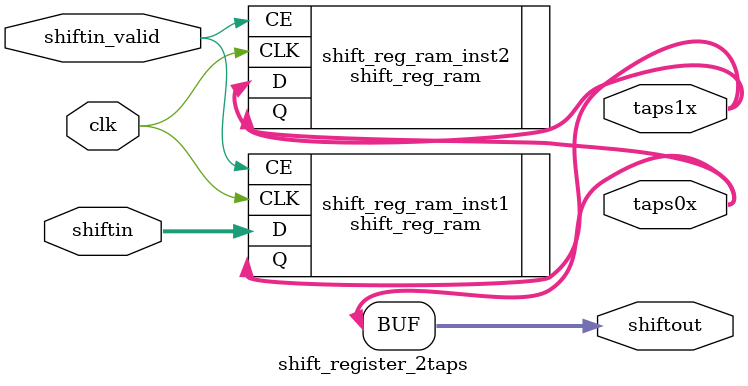
<source format=v>
module shift_register_2taps
#(
  parameter DATA_WIDTH = 16
)
(
  input                   clk,
  input  [DATA_WIDTH-1:0] shiftin,
  input                   shiftin_valid,

  output [DATA_WIDTH-1:0] shiftout,
  output [DATA_WIDTH-1:0] taps1x,
  output [DATA_WIDTH-1:0] taps0x
);

assign shiftout = taps0x;

shift_reg_ram shift_reg_ram_inst1 (
  .D   (shiftin       ),// input wire [15 : 0] D
  .CLK (clk           ),// input wire CLK
  .CE  (shiftin_valid ),// input wire CE
  .Q   (taps1x        ) // output wire [15 : 0] Q
);

shift_reg_ram shift_reg_ram_inst2 (
  .D  (taps1x        ),// input wire [15 : 0] D
  .CLK(clk           ),// input wire CLK
  .CE (shiftin_valid ),// input wire CE
  .Q  (taps0x        ) // output wire [15 : 0] Q
);

endmodule
</source>
